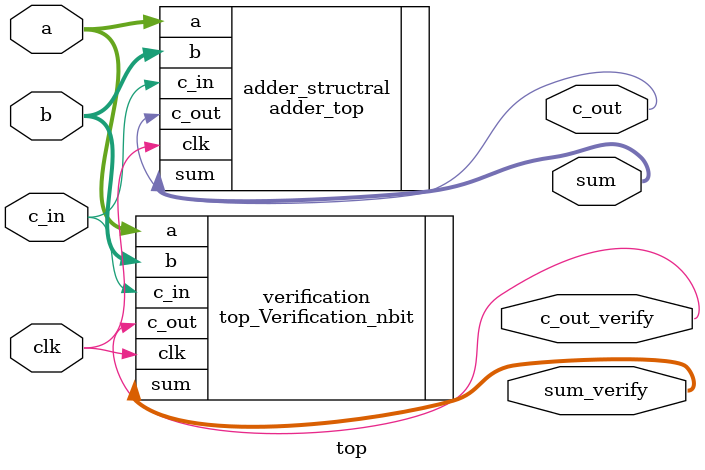
<source format=v>
`timescale 1ns / 1ns


/////////////////////////////////////////////////////////////////////////////////////////////////////////////////////////
// In this top module, the same input is given to both adder and verification logic												  //
// The output of the two modules will be returned separately																			  //
// In the testbench for this module, only need to compare the output from the two modules to determine the correctness //
/////////////////////////////////////////////////////////////////////////////////////////////////////////////////////////

module top(
	input clk,
	input [W-1:0] a,
	input [W-1:0] b,
	input c_in,
	output c_out,							// Output from adder
	output [W-1:0] sum,					// Output from adder
	output c_out_verify,					// Output from verification logic
	output [W-1:0] sum_verify			// Output from verification logic
   );

	parameter W = 32;
	
	
	// Adder top module (adder with registers to the output)
	adder_top
	#(.W(W))
	adder_structral
	(
		.clk(clk),
		.a(a),
		.b(b),
		.c_in(c_in),
		.sum(sum),
		.c_out(c_out)
	);
	
	// Verification top module (Verification logic with registers to the output)
	top_Verification_nbit
	#(.W(W))
	verification
	(
		.clk(clk),
		.c_out(c_out_verify),
		.sum(sum_verify),
		.a(a),
		.b(b),
		.c_in(c_in)
	);

endmodule

</source>
